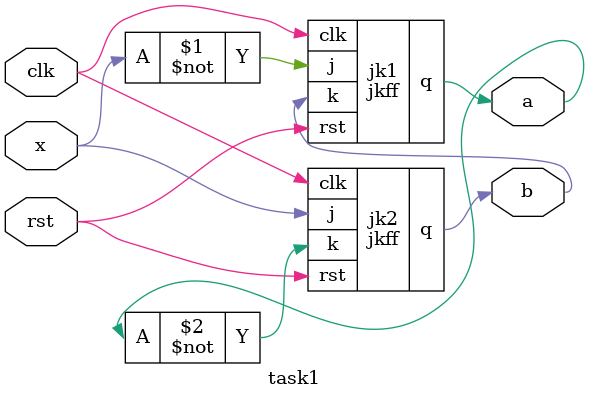
<source format=v>
`timescale 1ns/1ps

module jkff(
           input clk, rst,
           input j, k,
           output reg q,
           output qn
);
assign qn = ~q;

always @ (posedge clk, negedge rst) begin
    if (!rst) begin
        q <= 0;
    end else begin
        case ({j, k})
            'b00: q <= q;    // keep
            'b11: q <= ~q;   // reverse
            'b10: q <= 1;    // set
            'b01: q <= 0;    // reset
        endcase
    end
end
endmodule


module task1(
    input clk, rst,
    input x,
    output a, b
);
jkff jk1(clk, rst, ~x, b, a);  // leave qn unwired
jkff jk2(clk, rst, x, ~a, b);  // leave qn unwired
endmodule

</source>
